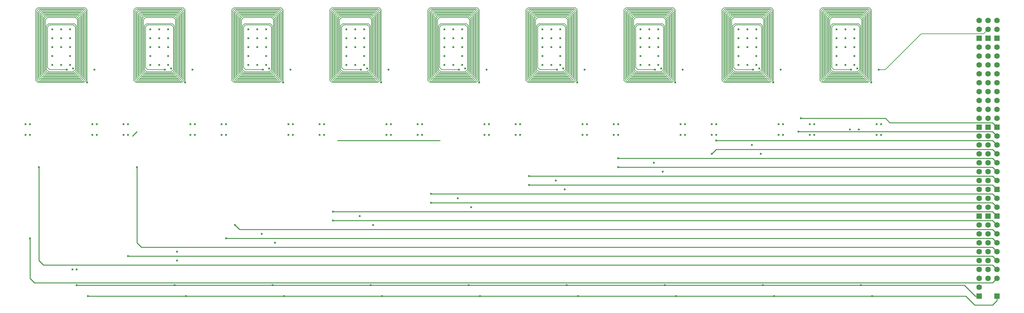
<source format=gbr>
G04 #@! TF.FileFunction,Copper,L3,Inr,Signal*
%FSLAX46Y46*%
G04 Gerber Fmt 4.6, Leading zero omitted, Abs format (unit mm)*
G04 Created by KiCad (PCBNEW 4.0.7) date Tue Feb 27 09:37:45 2018*
%MOMM*%
%LPD*%
G01*
G04 APERTURE LIST*
%ADD10C,0.100000*%
%ADD11C,1.600000*%
%ADD12R,1.600000X1.600000*%
%ADD13C,0.600000*%
%ADD14C,0.250000*%
%ADD15C,0.152400*%
G04 APERTURE END LIST*
D10*
D11*
X401320000Y-68580000D03*
X401320000Y-71120000D03*
D12*
X401320000Y-73660000D03*
D11*
X401320000Y-76200000D03*
X401320000Y-78740000D03*
X401320000Y-81280000D03*
X401320000Y-83820000D03*
X401320000Y-86360000D03*
X401320000Y-88900000D03*
X401320000Y-91440000D03*
X401320000Y-93980000D03*
X401320000Y-96520000D03*
D12*
X401320000Y-99060000D03*
D11*
X401320000Y-101600000D03*
X401320000Y-104140000D03*
X401320000Y-106680000D03*
X401320000Y-109220000D03*
X401320000Y-111760000D03*
X401320000Y-114300000D03*
X401320000Y-116840000D03*
X401320000Y-119380000D03*
X401320000Y-121920000D03*
D12*
X401320000Y-124460000D03*
D11*
X401320000Y-127000000D03*
X401320000Y-129540000D03*
X401320000Y-132080000D03*
X401320000Y-134620000D03*
X401320000Y-137160000D03*
X401320000Y-139700000D03*
X401320000Y-142240000D03*
X401320000Y-144780000D03*
D12*
X401320000Y-147320000D03*
D11*
X403860000Y-68580000D03*
X403860000Y-71120000D03*
D12*
X403860000Y-73660000D03*
D11*
X403860000Y-76200000D03*
X403860000Y-78740000D03*
X403860000Y-81280000D03*
X403860000Y-83820000D03*
X403860000Y-86360000D03*
X403860000Y-88900000D03*
X403860000Y-91440000D03*
X403860000Y-93980000D03*
X403860000Y-96520000D03*
D12*
X403860000Y-99060000D03*
D11*
X403860000Y-101600000D03*
X403860000Y-104140000D03*
X403860000Y-106680000D03*
X403860000Y-109220000D03*
X403860000Y-111760000D03*
X403860000Y-114300000D03*
X403860000Y-116840000D03*
X403860000Y-119380000D03*
X403860000Y-121920000D03*
D12*
X403860000Y-124460000D03*
D11*
X403860000Y-127000000D03*
X403860000Y-129540000D03*
X403860000Y-132080000D03*
X403860000Y-134620000D03*
X403860000Y-137160000D03*
X403860000Y-139700000D03*
X403860000Y-142240000D03*
X406400000Y-68580000D03*
X406400000Y-71120000D03*
D12*
X406400000Y-73660000D03*
D11*
X406400000Y-76200000D03*
X406400000Y-78740000D03*
X406400000Y-81280000D03*
X406400000Y-83820000D03*
X406400000Y-86360000D03*
X406400000Y-88900000D03*
X406400000Y-91440000D03*
X406400000Y-93980000D03*
X406400000Y-96520000D03*
D12*
X406400000Y-99060000D03*
D11*
X406400000Y-101600000D03*
X406400000Y-104140000D03*
X406400000Y-106680000D03*
X406400000Y-109220000D03*
X406400000Y-111760000D03*
X406400000Y-114300000D03*
D12*
X406400000Y-116840000D03*
D11*
X406400000Y-119380000D03*
X406400000Y-121920000D03*
D12*
X406400000Y-124460000D03*
D11*
X406400000Y-127000000D03*
X406400000Y-129540000D03*
X406400000Y-132080000D03*
X406400000Y-134620000D03*
X406400000Y-137160000D03*
X406400000Y-139700000D03*
X406400000Y-142240000D03*
D12*
X406400000Y-147320000D03*
D13*
X130810000Y-130810000D03*
X133350000Y-110490000D03*
X142950000Y-139700000D03*
X144145000Y-139700000D03*
X148590000Y-101200000D03*
X129540000Y-101200000D03*
X130810000Y-101200000D03*
X149860000Y-101200000D03*
X130810000Y-98200000D03*
X148590000Y-98200000D03*
X149919759Y-98200000D03*
X129540000Y-98200000D03*
X172720000Y-134620000D03*
X172720000Y-137160000D03*
X196850000Y-129540000D03*
X200660000Y-132080000D03*
X158750000Y-98200000D03*
X176530000Y-98200000D03*
X157480000Y-98200000D03*
X177800000Y-98200000D03*
X176530000Y-101200000D03*
X177800000Y-101200000D03*
X157480000Y-101200000D03*
X158750000Y-101200000D03*
X158750000Y-135890000D03*
X161290000Y-110490000D03*
X204470000Y-98200000D03*
X186690000Y-98200000D03*
X185420000Y-98200000D03*
X205799759Y-98200000D03*
X205740000Y-101200000D03*
X204529759Y-101200000D03*
X186690000Y-101200000D03*
X185420000Y-101200000D03*
X186690000Y-130810000D03*
X189230000Y-127000000D03*
X167640000Y-73660000D03*
X195580000Y-73660000D03*
X223520000Y-73660000D03*
X251460000Y-73660000D03*
X279400000Y-73660000D03*
X307340000Y-73660000D03*
X170180000Y-71120000D03*
X198120000Y-71120000D03*
X226060000Y-71120000D03*
X254000000Y-71120000D03*
X281940000Y-71120000D03*
X309880000Y-71120000D03*
X167640000Y-71120000D03*
X195580000Y-71120000D03*
X223520000Y-71120000D03*
X251460000Y-71120000D03*
X279400000Y-71120000D03*
X307340000Y-71120000D03*
X165100000Y-71120000D03*
X193040000Y-71120000D03*
X220980000Y-71120000D03*
X248920000Y-71120000D03*
X276860000Y-71120000D03*
X304800000Y-71120000D03*
X170180000Y-73660000D03*
X198120000Y-73660000D03*
X226060000Y-73660000D03*
X254000000Y-73660000D03*
X281940000Y-73660000D03*
X309880000Y-73660000D03*
X165100000Y-73660000D03*
X193040000Y-73660000D03*
X220980000Y-73660000D03*
X248920000Y-73660000D03*
X276860000Y-73660000D03*
X304800000Y-73660000D03*
X170180000Y-76200000D03*
X198120000Y-76200000D03*
X226060000Y-76200000D03*
X254000000Y-76200000D03*
X281940000Y-76200000D03*
X309880000Y-76200000D03*
X167640000Y-76200000D03*
X195580000Y-76200000D03*
X223520000Y-76200000D03*
X251460000Y-76200000D03*
X279400000Y-76200000D03*
X307340000Y-76200000D03*
X165100000Y-76200000D03*
X193040000Y-76200000D03*
X220980000Y-76200000D03*
X248920000Y-76200000D03*
X276860000Y-76200000D03*
X304800000Y-76200000D03*
X170180000Y-78740000D03*
X198120000Y-78740000D03*
X226060000Y-78740000D03*
X254000000Y-78740000D03*
X281940000Y-78740000D03*
X309880000Y-78740000D03*
X165100000Y-78740000D03*
X193040000Y-78740000D03*
X220980000Y-78740000D03*
X248920000Y-78740000D03*
X276860000Y-78740000D03*
X304800000Y-78740000D03*
X170180000Y-81280000D03*
X198120000Y-81280000D03*
X226060000Y-81280000D03*
X254000000Y-81280000D03*
X281940000Y-81280000D03*
X309880000Y-81280000D03*
X167640000Y-81280000D03*
X195580000Y-81280000D03*
X223520000Y-81280000D03*
X251460000Y-81280000D03*
X279400000Y-81280000D03*
X307340000Y-81280000D03*
X165100000Y-81280000D03*
X193040000Y-81280000D03*
X220980000Y-81280000D03*
X248920000Y-81280000D03*
X276860000Y-81280000D03*
X304800000Y-81280000D03*
X139700000Y-73660000D03*
X142240000Y-71120000D03*
X139700000Y-71120000D03*
X137160000Y-71120000D03*
X142240000Y-73660000D03*
X137160000Y-73660000D03*
X142240000Y-76200000D03*
X139700000Y-76200000D03*
X137160000Y-76200000D03*
X142240000Y-78740000D03*
X137160000Y-78740000D03*
X142240000Y-81280000D03*
X139700000Y-81280000D03*
X137160000Y-81280000D03*
X335280000Y-73660000D03*
X337820000Y-71120000D03*
X335280000Y-71120000D03*
X332740000Y-71120000D03*
X337820000Y-73660000D03*
X332740000Y-73660000D03*
X337820000Y-76200000D03*
X335280000Y-76200000D03*
X332740000Y-76200000D03*
X337820000Y-78740000D03*
X332740000Y-78740000D03*
X337820000Y-81280000D03*
X335280000Y-81280000D03*
X332740000Y-81280000D03*
X363220000Y-76200000D03*
X363220000Y-73660000D03*
X363220000Y-71120000D03*
X360680000Y-71120000D03*
X360680000Y-73660000D03*
X360680000Y-76200000D03*
X360680000Y-78740000D03*
X360680000Y-81280000D03*
X363220000Y-81280000D03*
X365760000Y-81280000D03*
X365760000Y-78740000D03*
X365760000Y-76200000D03*
X365760000Y-73660000D03*
X365760000Y-71120000D03*
X363220000Y-71120000D03*
X214630000Y-98200000D03*
X232410000Y-98200000D03*
X213360000Y-98200000D03*
X233739759Y-98200000D03*
X232410000Y-101200000D03*
X214630000Y-101200000D03*
X233680000Y-101200000D03*
X213360000Y-101200000D03*
X242570000Y-98200000D03*
X260350000Y-98200000D03*
X241300000Y-98200000D03*
X261679759Y-98200000D03*
X242570000Y-101200000D03*
X260350000Y-101200000D03*
X261620000Y-101200000D03*
X241300000Y-101200000D03*
X270510000Y-98200000D03*
X288290000Y-98200000D03*
X269240000Y-98200000D03*
X289619759Y-98200000D03*
X289560000Y-101200000D03*
X288290000Y-101200000D03*
X270510000Y-101200000D03*
X269240000Y-101200000D03*
X298450000Y-98200000D03*
X316230000Y-98200000D03*
X297180000Y-98200000D03*
X317559759Y-98200000D03*
X316230000Y-101200000D03*
X317559759Y-101200000D03*
X298450000Y-101200000D03*
X297180000Y-101200000D03*
X344170000Y-98200000D03*
X326390000Y-98200000D03*
X325120000Y-98200000D03*
X345440000Y-98200000D03*
X345440000Y-101200000D03*
X325120000Y-101200000D03*
X344170000Y-101200000D03*
X326390000Y-101200000D03*
X354330000Y-98200000D03*
X373439759Y-98200000D03*
X353060000Y-98200000D03*
X372110000Y-98200000D03*
X353060000Y-101200000D03*
X354330000Y-101200000D03*
X373439759Y-101200000D03*
X372110000Y-101200000D03*
X231140000Y-147320000D03*
X175260000Y-147320000D03*
X203200000Y-147320000D03*
X259080000Y-147320000D03*
X287020000Y-147320000D03*
X314960000Y-147320000D03*
X342900000Y-147320000D03*
X370840000Y-147320000D03*
X147320000Y-147320000D03*
X339725000Y-144145000D03*
X144145000Y-144145000D03*
X172085000Y-144145000D03*
X200025000Y-144145000D03*
X227965000Y-144145000D03*
X255905000Y-144145000D03*
X283845000Y-144145000D03*
X311785000Y-144145000D03*
X367665000Y-144145000D03*
X217170000Y-125730000D03*
X245110000Y-120650000D03*
X273050000Y-115570000D03*
X298450000Y-110490000D03*
X325120000Y-106680000D03*
X349885000Y-100330000D03*
X217170000Y-123190000D03*
X273050000Y-113030000D03*
X245110000Y-118110000D03*
X326390000Y-102870000D03*
X298450000Y-107950000D03*
X350520000Y-96520000D03*
X224790000Y-124460000D03*
X228600000Y-127000000D03*
X252730000Y-119380000D03*
X256540000Y-121920000D03*
X280670000Y-114300000D03*
X283210000Y-116840000D03*
X308610000Y-109220000D03*
X311150000Y-111760000D03*
X336550000Y-104140000D03*
X339090000Y-106680000D03*
X364490000Y-99695000D03*
X367030000Y-99695000D03*
X147116800Y-86258400D03*
X143154400Y-82296000D03*
X141325600Y-82600800D03*
X149250400Y-82600800D03*
X372770400Y-82600800D03*
X344830400Y-82600800D03*
X149250400Y-82600800D03*
X177190400Y-82600800D03*
X205130400Y-82600800D03*
X233070400Y-82600800D03*
X261010400Y-82600800D03*
X288950400Y-82600800D03*
X316890400Y-82600800D03*
X171094400Y-82296000D03*
X199034400Y-82296000D03*
X226974400Y-82296000D03*
X254914400Y-82296000D03*
X282854400Y-82296000D03*
X310794400Y-82296000D03*
X338734400Y-82296000D03*
X175056800Y-86258400D03*
X202996800Y-86258400D03*
X230936800Y-86258400D03*
X258876800Y-86258400D03*
X286816800Y-86258400D03*
X314756800Y-86258400D03*
X342696800Y-86258400D03*
X169265600Y-82600800D03*
X197205600Y-82600800D03*
X225145600Y-82600800D03*
X253085600Y-82600800D03*
X281025600Y-82600800D03*
X308965600Y-82600800D03*
X336905600Y-82600800D03*
X366674400Y-82296000D03*
X370636800Y-86258400D03*
X364845600Y-82600800D03*
X372770400Y-82600800D03*
D14*
X218440000Y-102870000D02*
X247650000Y-102870000D01*
X161290000Y-100330000D02*
X160020000Y-101600000D01*
X130810000Y-142240000D02*
X130810000Y-130810000D01*
X132080000Y-143510000D02*
X130810000Y-142240000D01*
X397510000Y-143510000D02*
X132080000Y-143510000D01*
X405130000Y-143510000D02*
X397510000Y-143510000D01*
X406400000Y-142240000D02*
X405130000Y-143510000D01*
X406400000Y-139700000D02*
X405130000Y-138430000D01*
X133350000Y-137160000D02*
X133350000Y-110490000D01*
X134620000Y-138430000D02*
X133350000Y-137160000D01*
X405130000Y-138430000D02*
X134620000Y-138430000D01*
X406400000Y-137160000D02*
X405130000Y-135890000D01*
X405130000Y-135890000D02*
X158750000Y-135890000D01*
X405130000Y-133350000D02*
X406400000Y-134620000D01*
X162560000Y-133350000D02*
X161290000Y-132080000D01*
X161290000Y-132080000D02*
X161290000Y-110490000D01*
X405130000Y-133350000D02*
X162560000Y-133350000D01*
X405130000Y-130810000D02*
X406400000Y-132080000D01*
X405130000Y-130810000D02*
X186690000Y-130810000D01*
X405130000Y-128270000D02*
X406400000Y-129540000D01*
X405130000Y-128270000D02*
X190500000Y-128270000D01*
X190500000Y-128270000D02*
X189230000Y-127000000D01*
X259080000Y-147320000D02*
X287020000Y-147320000D01*
X231140000Y-147320000D02*
X259080000Y-147320000D01*
X406400000Y-147320000D02*
X406400000Y-148590000D01*
X406400000Y-148590000D02*
X405130000Y-149860000D01*
X405130000Y-149860000D02*
X400050000Y-149860000D01*
X400050000Y-149860000D02*
X397510000Y-147320000D01*
X397510000Y-147320000D02*
X369570000Y-147320000D01*
X370840000Y-147320000D02*
X369570000Y-147320000D01*
X369570000Y-147320000D02*
X342900000Y-147320000D01*
X203200000Y-147320000D02*
X175260000Y-147320000D01*
X175260000Y-147320000D02*
X148590000Y-147320000D01*
X231140000Y-147320000D02*
X203200000Y-147320000D01*
X314960000Y-147320000D02*
X287020000Y-147320000D01*
X342900000Y-147320000D02*
X314960000Y-147320000D01*
X148590000Y-147320000D02*
X147320000Y-147320000D01*
X336550000Y-144145000D02*
X335915000Y-144145000D01*
X335915000Y-144145000D02*
X322580000Y-144145000D01*
X339725000Y-144145000D02*
X335915000Y-144145000D01*
X340995000Y-144145000D02*
X339725000Y-144145000D01*
X145415000Y-144145000D02*
X144145000Y-144145000D01*
X173990000Y-144145000D02*
X172720000Y-144145000D01*
X172720000Y-144145000D02*
X172085000Y-144145000D01*
X168910000Y-144145000D02*
X172720000Y-144145000D01*
X173990000Y-144145000D02*
X173355000Y-144145000D01*
X195580000Y-144145000D02*
X173990000Y-144145000D01*
X196850000Y-144145000D02*
X195580000Y-144145000D01*
X200025000Y-144145000D02*
X195580000Y-144145000D01*
X202565000Y-144145000D02*
X201295000Y-144145000D01*
X224790000Y-144145000D02*
X202565000Y-144145000D01*
X202565000Y-144145000D02*
X200025000Y-144145000D01*
X224790000Y-144145000D02*
X224155000Y-144145000D01*
X227965000Y-144145000D02*
X224155000Y-144145000D01*
X224155000Y-144145000D02*
X210820000Y-144145000D01*
X229870000Y-144145000D02*
X229235000Y-144145000D01*
X251460000Y-144145000D02*
X229870000Y-144145000D01*
X229870000Y-144145000D02*
X227965000Y-144145000D01*
X252730000Y-144145000D02*
X251460000Y-144145000D01*
X255905000Y-144145000D02*
X251460000Y-144145000D01*
X257175000Y-144145000D02*
X255905000Y-144145000D01*
X280670000Y-144145000D02*
X276225000Y-144145000D01*
X276225000Y-144145000D02*
X257175000Y-144145000D01*
X283845000Y-144145000D02*
X276225000Y-144145000D01*
X285115000Y-144145000D02*
X283845000Y-144145000D01*
X307975000Y-144145000D02*
X294640000Y-144145000D01*
X308610000Y-144145000D02*
X307975000Y-144145000D01*
X307975000Y-144145000D02*
X311785000Y-144145000D01*
X313690000Y-144145000D02*
X313055000Y-144145000D01*
X336550000Y-144145000D02*
X313690000Y-144145000D01*
X313690000Y-144145000D02*
X311785000Y-144145000D01*
X400270000Y-147320000D02*
X398365000Y-145415000D01*
X398365000Y-145415000D02*
X397730000Y-144780000D01*
X367665000Y-144145000D02*
X397095000Y-144145000D01*
X397095000Y-144145000D02*
X398365000Y-145415000D01*
X364490000Y-144145000D02*
X363855000Y-144145000D01*
X363855000Y-144145000D02*
X340995000Y-144145000D01*
X367665000Y-144145000D02*
X363855000Y-144145000D01*
X401320000Y-147320000D02*
X400270000Y-147320000D01*
X168910000Y-144145000D02*
X154940000Y-144145000D01*
X196850000Y-144145000D02*
X182880000Y-144145000D01*
X252730000Y-144145000D02*
X238760000Y-144145000D01*
X280670000Y-144145000D02*
X266700000Y-144145000D01*
X168910000Y-144145000D02*
X145415000Y-144145000D01*
X308610000Y-144145000D02*
X285115000Y-144145000D01*
X168910000Y-144145000D02*
X154940000Y-144145000D01*
X196850000Y-144145000D02*
X182880000Y-144145000D01*
X224790000Y-144145000D02*
X210820000Y-144145000D01*
X252730000Y-144145000D02*
X238760000Y-144145000D01*
X280670000Y-144145000D02*
X266700000Y-144145000D01*
X308610000Y-144145000D02*
X294640000Y-144145000D01*
X406400000Y-127000000D02*
X405130000Y-125730000D01*
X405130000Y-125730000D02*
X217170000Y-125730000D01*
X406400000Y-121920000D02*
X405130000Y-120650000D01*
X405130000Y-120650000D02*
X245110000Y-120650000D01*
X406400000Y-116840000D02*
X405130000Y-115570000D01*
X405130000Y-115570000D02*
X273050000Y-115570000D01*
X405130000Y-110490000D02*
X298450000Y-110490000D01*
X406400000Y-111760000D02*
X405130000Y-110490000D01*
X326390000Y-105410000D02*
X325120000Y-106680000D01*
X405130000Y-105410000D02*
X326390000Y-105410000D01*
X406400000Y-106680000D02*
X405130000Y-105410000D01*
X406400000Y-101600000D02*
X405130000Y-100330000D01*
X351790000Y-100330000D02*
X349885000Y-100330000D01*
X405130000Y-100330000D02*
X351790000Y-100330000D01*
X406400000Y-124460000D02*
X405130000Y-123190000D01*
X405130000Y-123190000D02*
X217170000Y-123190000D01*
X406400000Y-114300000D02*
X405130000Y-113030000D01*
X405130000Y-113030000D02*
X398780000Y-113030000D01*
X398780000Y-113030000D02*
X273050000Y-113030000D01*
X403225000Y-113030000D02*
X398780000Y-113030000D01*
X404080000Y-113030000D02*
X403225000Y-113030000D01*
X406400000Y-119380000D02*
X405347999Y-118327999D01*
X406400000Y-119380000D02*
X405130000Y-118110000D01*
X405130000Y-118110000D02*
X245110000Y-118110000D01*
X337820000Y-102870000D02*
X326390000Y-102870000D01*
X406400000Y-104140000D02*
X405130000Y-102870000D01*
X405130000Y-102870000D02*
X337820000Y-102870000D01*
X341176962Y-107950000D02*
X298450000Y-107950000D01*
X406400000Y-109220000D02*
X405130000Y-107950000D01*
X405130000Y-107950000D02*
X341176962Y-107950000D01*
X406400000Y-99060000D02*
X405130000Y-97790000D01*
X405600001Y-98260001D02*
X406400000Y-99060000D01*
X405130000Y-97790000D02*
X375920000Y-97790000D01*
X374650000Y-96520000D02*
X350520000Y-96520000D01*
X375777999Y-97647999D02*
X374650000Y-96520000D01*
X375920000Y-97790000D02*
X375777999Y-97647999D01*
D15*
X384810000Y-72390000D02*
X374599200Y-82600800D01*
X402590000Y-72390000D02*
X384810000Y-72390000D01*
X403860000Y-71120000D02*
X402590000Y-72390000D01*
X133705600Y-84429600D02*
X133705600Y-66751200D01*
X133400800Y-84734400D02*
X133400800Y-66446400D01*
X132791200Y-85344000D02*
X132791200Y-65836800D01*
X132486400Y-85648800D02*
X132486400Y-65532000D01*
X133096000Y-85039200D02*
X133096000Y-66141600D01*
X134315200Y-83820000D02*
X134315200Y-67360800D01*
X134315200Y-67360800D02*
X134924800Y-66751200D01*
X134010400Y-84124800D02*
X134010400Y-67056000D01*
X133096000Y-66141600D02*
X133705600Y-65532000D01*
X133705600Y-66751200D02*
X134315200Y-66141600D01*
X134010400Y-67056000D02*
X134620000Y-66446400D01*
X133400800Y-66446400D02*
X134010400Y-65836800D01*
X132791200Y-65836800D02*
X133400800Y-65227200D01*
X132486400Y-65532000D02*
X133096000Y-64922400D01*
X134620000Y-84734400D02*
X134010400Y-84124800D01*
X134924800Y-84429600D02*
X134315200Y-83820000D01*
X145897600Y-85953600D02*
X133400800Y-85953600D01*
X145288000Y-85344000D02*
X134010400Y-85344000D01*
X144983200Y-85039200D02*
X134315200Y-85039200D01*
X145592800Y-85648800D02*
X133705600Y-85648800D01*
X134010400Y-65836800D02*
X145592800Y-65836800D01*
X133705600Y-65532000D02*
X145897600Y-65532000D01*
X134315200Y-66141600D02*
X145288000Y-66141600D01*
X133096000Y-64922400D02*
X146507200Y-64922400D01*
X133400800Y-65227200D02*
X146202400Y-65227200D01*
X133400800Y-85953600D02*
X132791200Y-85344000D01*
X133705600Y-85648800D02*
X133096000Y-85039200D01*
X134315200Y-85039200D02*
X133705600Y-84429600D01*
X134010400Y-85344000D02*
X133400800Y-84734400D01*
X133096000Y-86258400D02*
X132486400Y-85648800D01*
X146202400Y-86258400D02*
X133096000Y-86258400D01*
X144373600Y-67056000D02*
X144983200Y-67665600D01*
X144068800Y-67360800D02*
X144678400Y-67970400D01*
X134924800Y-66751200D02*
X144678400Y-66751200D01*
X134620000Y-66446400D02*
X144983200Y-66446400D01*
X146507200Y-64922400D02*
X147116800Y-65532000D01*
X145897600Y-65532000D02*
X146507200Y-66141600D01*
X146202400Y-65227200D02*
X146812000Y-65836800D01*
X147116800Y-65532000D02*
X147116800Y-85648800D01*
X144983200Y-83820000D02*
X144373600Y-84429600D01*
X145592800Y-84429600D02*
X144983200Y-85039200D01*
X145897600Y-84734400D02*
X145288000Y-85344000D01*
X145288000Y-84124800D02*
X144678400Y-84734400D01*
X144678400Y-83515200D02*
X144068800Y-84124800D01*
X146202400Y-85039200D02*
X145592800Y-85648800D01*
X134924800Y-67970400D02*
X135534400Y-67360800D01*
X135534400Y-67360800D02*
X144068800Y-67360800D01*
X135229600Y-67056000D02*
X144373600Y-67056000D01*
X135229600Y-68275200D02*
X135839200Y-67665600D01*
X134620000Y-67665600D02*
X135229600Y-67056000D01*
X144983200Y-66446400D02*
X145592800Y-67056000D01*
X146507200Y-66141600D02*
X146507200Y-85344000D01*
X146202400Y-66446400D02*
X146202400Y-85039200D01*
X145288000Y-66141600D02*
X145897600Y-66751200D01*
X145592800Y-65836800D02*
X146202400Y-66446400D01*
X146812000Y-65836800D02*
X146812000Y-85648800D01*
X145288000Y-67360800D02*
X145288000Y-84124800D01*
X144678400Y-66751200D02*
X145288000Y-67360800D01*
X144983200Y-67665600D02*
X144983200Y-83820000D01*
X145592800Y-67056000D02*
X145592800Y-84429600D01*
X145897600Y-66751200D02*
X145897600Y-84734400D01*
X143459200Y-69494400D02*
X144068800Y-70104000D01*
X136448800Y-69799200D02*
X143154400Y-69799200D01*
X135839200Y-67665600D02*
X143764000Y-67665600D01*
X144373600Y-68275200D02*
X144373600Y-83210400D01*
X143764000Y-67665600D02*
X144373600Y-68275200D01*
X136144000Y-69494400D02*
X143459200Y-69494400D01*
X143154400Y-69799200D02*
X143764000Y-70408800D01*
X144678400Y-67970400D02*
X144678400Y-83515200D01*
X141325600Y-82600800D02*
X136448800Y-82600800D01*
X143459200Y-83515200D02*
X135839200Y-83515200D01*
X144068800Y-84124800D02*
X135229600Y-84124800D01*
X136144000Y-83210400D02*
X135534400Y-82600800D01*
X135229600Y-84124800D02*
X134620000Y-83515200D01*
X135839200Y-83515200D02*
X135229600Y-82905600D01*
X135534400Y-83820000D02*
X134924800Y-83210400D01*
X135534400Y-70104000D02*
X136144000Y-69494400D01*
X136448800Y-82600800D02*
X135839200Y-81991200D01*
X135839200Y-70408800D02*
X136448800Y-69799200D01*
X135839200Y-81991200D02*
X135839200Y-70408800D01*
X134924800Y-83210400D02*
X134924800Y-67970400D01*
X135534400Y-82600800D02*
X135534400Y-70104000D01*
X135229600Y-82905600D02*
X135229600Y-68275200D01*
X134620000Y-83515200D02*
X134620000Y-67665600D01*
X144068800Y-70104000D02*
X144068800Y-82905600D01*
X143764000Y-82600800D02*
X143154400Y-83210400D01*
X144068800Y-82905600D02*
X143459200Y-83515200D01*
X143764000Y-70408800D02*
X143764000Y-82600800D01*
X144373600Y-83210400D02*
X143764000Y-83820000D01*
X144373600Y-84429600D02*
X134924800Y-84429600D01*
X143764000Y-83820000D02*
X135534400Y-83820000D01*
X143154400Y-83210400D02*
X136144000Y-83210400D01*
X144678400Y-84734400D02*
X134620000Y-84734400D01*
X146812000Y-85648800D02*
X146202400Y-86258400D01*
X146507200Y-85344000D02*
X145897600Y-85953600D01*
X147116800Y-85648800D02*
X147116800Y-86258400D01*
X174752000Y-65836800D02*
X174752000Y-85648800D01*
X202692000Y-65836800D02*
X202692000Y-85648800D01*
X230632000Y-65836800D02*
X230632000Y-85648800D01*
X258572000Y-65836800D02*
X258572000Y-85648800D01*
X286512000Y-65836800D02*
X286512000Y-85648800D01*
X314452000Y-65836800D02*
X314452000Y-85648800D01*
X342392000Y-65836800D02*
X342392000Y-85648800D01*
X174447200Y-66141600D02*
X174447200Y-85344000D01*
X202387200Y-66141600D02*
X202387200Y-85344000D01*
X230327200Y-66141600D02*
X230327200Y-85344000D01*
X258267200Y-66141600D02*
X258267200Y-85344000D01*
X286207200Y-66141600D02*
X286207200Y-85344000D01*
X314147200Y-66141600D02*
X314147200Y-85344000D01*
X342087200Y-66141600D02*
X342087200Y-85344000D01*
X174142400Y-66446400D02*
X174142400Y-85039200D01*
X202082400Y-66446400D02*
X202082400Y-85039200D01*
X230022400Y-66446400D02*
X230022400Y-85039200D01*
X257962400Y-66446400D02*
X257962400Y-85039200D01*
X285902400Y-66446400D02*
X285902400Y-85039200D01*
X313842400Y-66446400D02*
X313842400Y-85039200D01*
X341782400Y-66446400D02*
X341782400Y-85039200D01*
X172923200Y-67665600D02*
X172923200Y-83820000D01*
X200863200Y-67665600D02*
X200863200Y-83820000D01*
X228803200Y-67665600D02*
X228803200Y-83820000D01*
X256743200Y-67665600D02*
X256743200Y-83820000D01*
X284683200Y-67665600D02*
X284683200Y-83820000D01*
X312623200Y-67665600D02*
X312623200Y-83820000D01*
X340563200Y-67665600D02*
X340563200Y-83820000D01*
X174447200Y-64922400D02*
X175056800Y-65532000D01*
X202387200Y-64922400D02*
X202996800Y-65532000D01*
X230327200Y-64922400D02*
X230936800Y-65532000D01*
X258267200Y-64922400D02*
X258876800Y-65532000D01*
X286207200Y-64922400D02*
X286816800Y-65532000D01*
X314147200Y-64922400D02*
X314756800Y-65532000D01*
X342087200Y-64922400D02*
X342696800Y-65532000D01*
X173532800Y-65836800D02*
X174142400Y-66446400D01*
X201472800Y-65836800D02*
X202082400Y-66446400D01*
X229412800Y-65836800D02*
X230022400Y-66446400D01*
X257352800Y-65836800D02*
X257962400Y-66446400D01*
X285292800Y-65836800D02*
X285902400Y-66446400D01*
X313232800Y-65836800D02*
X313842400Y-66446400D01*
X341172800Y-65836800D02*
X341782400Y-66446400D01*
X173837600Y-65532000D02*
X174447200Y-66141600D01*
X201777600Y-65532000D02*
X202387200Y-66141600D01*
X229717600Y-65532000D02*
X230327200Y-66141600D01*
X257657600Y-65532000D02*
X258267200Y-66141600D01*
X285597600Y-65532000D02*
X286207200Y-66141600D01*
X313537600Y-65532000D02*
X314147200Y-66141600D01*
X341477600Y-65532000D02*
X342087200Y-66141600D01*
X175056800Y-65532000D02*
X175056800Y-85648800D01*
X202996800Y-65532000D02*
X202996800Y-85648800D01*
X230936800Y-65532000D02*
X230936800Y-85648800D01*
X258876800Y-65532000D02*
X258876800Y-85648800D01*
X286816800Y-65532000D02*
X286816800Y-85648800D01*
X314756800Y-65532000D02*
X314756800Y-85648800D01*
X342696800Y-65532000D02*
X342696800Y-85648800D01*
X175056800Y-85648800D02*
X175056800Y-86258400D01*
X202996800Y-85648800D02*
X202996800Y-86258400D01*
X230936800Y-85648800D02*
X230936800Y-86258400D01*
X258876800Y-85648800D02*
X258876800Y-86258400D01*
X286816800Y-85648800D02*
X286816800Y-86258400D01*
X314756800Y-85648800D02*
X314756800Y-86258400D01*
X342696800Y-85648800D02*
X342696800Y-86258400D01*
X174447200Y-85344000D02*
X173837600Y-85953600D01*
X202387200Y-85344000D02*
X201777600Y-85953600D01*
X230327200Y-85344000D02*
X229717600Y-85953600D01*
X258267200Y-85344000D02*
X257657600Y-85953600D01*
X286207200Y-85344000D02*
X285597600Y-85953600D01*
X314147200Y-85344000D02*
X313537600Y-85953600D01*
X342087200Y-85344000D02*
X341477600Y-85953600D01*
X174752000Y-85648800D02*
X174142400Y-86258400D01*
X202692000Y-85648800D02*
X202082400Y-86258400D01*
X230632000Y-85648800D02*
X230022400Y-86258400D01*
X258572000Y-85648800D02*
X257962400Y-86258400D01*
X286512000Y-85648800D02*
X285902400Y-86258400D01*
X314452000Y-85648800D02*
X313842400Y-86258400D01*
X342392000Y-85648800D02*
X341782400Y-86258400D01*
X172313600Y-83210400D02*
X171704000Y-83820000D01*
X200253600Y-83210400D02*
X199644000Y-83820000D01*
X228193600Y-83210400D02*
X227584000Y-83820000D01*
X256133600Y-83210400D02*
X255524000Y-83820000D01*
X284073600Y-83210400D02*
X283464000Y-83820000D01*
X312013600Y-83210400D02*
X311404000Y-83820000D01*
X339953600Y-83210400D02*
X339344000Y-83820000D01*
X171704000Y-82600800D02*
X171094400Y-83210400D01*
X199644000Y-82600800D02*
X199034400Y-83210400D01*
X227584000Y-82600800D02*
X226974400Y-83210400D01*
X255524000Y-82600800D02*
X254914400Y-83210400D01*
X283464000Y-82600800D02*
X282854400Y-83210400D01*
X311404000Y-82600800D02*
X310794400Y-83210400D01*
X339344000Y-82600800D02*
X338734400Y-83210400D01*
X172008800Y-82905600D02*
X171399200Y-83515200D01*
X199948800Y-82905600D02*
X199339200Y-83515200D01*
X227888800Y-82905600D02*
X227279200Y-83515200D01*
X255828800Y-82905600D02*
X255219200Y-83515200D01*
X283768800Y-82905600D02*
X283159200Y-83515200D01*
X311708800Y-82905600D02*
X311099200Y-83515200D01*
X339648800Y-82905600D02*
X339039200Y-83515200D01*
X174142400Y-85039200D02*
X173532800Y-85648800D01*
X202082400Y-85039200D02*
X201472800Y-85648800D01*
X230022400Y-85039200D02*
X229412800Y-85648800D01*
X257962400Y-85039200D02*
X257352800Y-85648800D01*
X285902400Y-85039200D02*
X285292800Y-85648800D01*
X313842400Y-85039200D02*
X313232800Y-85648800D01*
X341782400Y-85039200D02*
X341172800Y-85648800D01*
X172618400Y-83515200D02*
X172008800Y-84124800D01*
X200558400Y-83515200D02*
X199948800Y-84124800D01*
X228498400Y-83515200D02*
X227888800Y-84124800D01*
X256438400Y-83515200D02*
X255828800Y-84124800D01*
X284378400Y-83515200D02*
X283768800Y-84124800D01*
X312318400Y-83515200D02*
X311708800Y-84124800D01*
X340258400Y-83515200D02*
X339648800Y-84124800D01*
X162255200Y-83820000D02*
X162255200Y-67360800D01*
X190195200Y-83820000D02*
X190195200Y-67360800D01*
X218135200Y-83820000D02*
X218135200Y-67360800D01*
X246075200Y-83820000D02*
X246075200Y-67360800D01*
X274015200Y-83820000D02*
X274015200Y-67360800D01*
X301955200Y-83820000D02*
X301955200Y-67360800D01*
X329895200Y-83820000D02*
X329895200Y-67360800D01*
X163169600Y-84124800D02*
X162560000Y-83515200D01*
X191109600Y-84124800D02*
X190500000Y-83515200D01*
X219049600Y-84124800D02*
X218440000Y-83515200D01*
X246989600Y-84124800D02*
X246380000Y-83515200D01*
X274929600Y-84124800D02*
X274320000Y-83515200D01*
X302869600Y-84124800D02*
X302260000Y-83515200D01*
X330809600Y-84124800D02*
X330200000Y-83515200D01*
X162560000Y-83515200D02*
X162560000Y-67665600D01*
X190500000Y-83515200D02*
X190500000Y-67665600D01*
X218440000Y-83515200D02*
X218440000Y-67665600D01*
X246380000Y-83515200D02*
X246380000Y-67665600D01*
X274320000Y-83515200D02*
X274320000Y-67665600D01*
X302260000Y-83515200D02*
X302260000Y-67665600D01*
X330200000Y-83515200D02*
X330200000Y-67665600D01*
X162560000Y-67665600D02*
X163169600Y-67056000D01*
X190500000Y-67665600D02*
X191109600Y-67056000D01*
X218440000Y-67665600D02*
X219049600Y-67056000D01*
X246380000Y-67665600D02*
X246989600Y-67056000D01*
X274320000Y-67665600D02*
X274929600Y-67056000D01*
X302260000Y-67665600D02*
X302869600Y-67056000D01*
X330200000Y-67665600D02*
X330809600Y-67056000D01*
X162864800Y-84429600D02*
X162255200Y-83820000D01*
X190804800Y-84429600D02*
X190195200Y-83820000D01*
X218744800Y-84429600D02*
X218135200Y-83820000D01*
X246684800Y-84429600D02*
X246075200Y-83820000D01*
X274624800Y-84429600D02*
X274015200Y-83820000D01*
X302564800Y-84429600D02*
X301955200Y-83820000D01*
X330504800Y-84429600D02*
X329895200Y-83820000D01*
X173228000Y-67360800D02*
X173228000Y-84124800D01*
X201168000Y-67360800D02*
X201168000Y-84124800D01*
X229108000Y-67360800D02*
X229108000Y-84124800D01*
X257048000Y-67360800D02*
X257048000Y-84124800D01*
X284988000Y-67360800D02*
X284988000Y-84124800D01*
X312928000Y-67360800D02*
X312928000Y-84124800D01*
X340868000Y-67360800D02*
X340868000Y-84124800D01*
X173837600Y-66751200D02*
X173837600Y-84734400D01*
X201777600Y-66751200D02*
X201777600Y-84734400D01*
X229717600Y-66751200D02*
X229717600Y-84734400D01*
X257657600Y-66751200D02*
X257657600Y-84734400D01*
X285597600Y-66751200D02*
X285597600Y-84734400D01*
X313537600Y-66751200D02*
X313537600Y-84734400D01*
X341477600Y-66751200D02*
X341477600Y-84734400D01*
X173532800Y-67056000D02*
X173532800Y-84429600D01*
X201472800Y-67056000D02*
X201472800Y-84429600D01*
X229412800Y-67056000D02*
X229412800Y-84429600D01*
X257352800Y-67056000D02*
X257352800Y-84429600D01*
X285292800Y-67056000D02*
X285292800Y-84429600D01*
X313232800Y-67056000D02*
X313232800Y-84429600D01*
X341172800Y-67056000D02*
X341172800Y-84429600D01*
X172313600Y-68275200D02*
X172313600Y-83210400D01*
X200253600Y-68275200D02*
X200253600Y-83210400D01*
X228193600Y-68275200D02*
X228193600Y-83210400D01*
X256133600Y-68275200D02*
X256133600Y-83210400D01*
X284073600Y-68275200D02*
X284073600Y-83210400D01*
X312013600Y-68275200D02*
X312013600Y-83210400D01*
X339953600Y-68275200D02*
X339953600Y-83210400D01*
X172618400Y-67970400D02*
X172618400Y-83515200D01*
X200558400Y-67970400D02*
X200558400Y-83515200D01*
X228498400Y-67970400D02*
X228498400Y-83515200D01*
X256438400Y-67970400D02*
X256438400Y-83515200D01*
X284378400Y-67970400D02*
X284378400Y-83515200D01*
X312318400Y-67970400D02*
X312318400Y-83515200D01*
X340258400Y-67970400D02*
X340258400Y-83515200D01*
X171399200Y-69494400D02*
X172008800Y-70104000D01*
X199339200Y-69494400D02*
X199948800Y-70104000D01*
X227279200Y-69494400D02*
X227888800Y-70104000D01*
X255219200Y-69494400D02*
X255828800Y-70104000D01*
X283159200Y-69494400D02*
X283768800Y-70104000D01*
X311099200Y-69494400D02*
X311708800Y-70104000D01*
X339039200Y-69494400D02*
X339648800Y-70104000D01*
X171704000Y-67665600D02*
X172313600Y-68275200D01*
X199644000Y-67665600D02*
X200253600Y-68275200D01*
X227584000Y-67665600D02*
X228193600Y-68275200D01*
X255524000Y-67665600D02*
X256133600Y-68275200D01*
X283464000Y-67665600D02*
X284073600Y-68275200D01*
X311404000Y-67665600D02*
X312013600Y-68275200D01*
X339344000Y-67665600D02*
X339953600Y-68275200D01*
X172618400Y-66751200D02*
X173228000Y-67360800D01*
X200558400Y-66751200D02*
X201168000Y-67360800D01*
X228498400Y-66751200D02*
X229108000Y-67360800D01*
X256438400Y-66751200D02*
X257048000Y-67360800D01*
X284378400Y-66751200D02*
X284988000Y-67360800D01*
X312318400Y-66751200D02*
X312928000Y-67360800D01*
X340258400Y-66751200D02*
X340868000Y-67360800D01*
X172008800Y-67360800D02*
X172618400Y-67970400D01*
X199948800Y-67360800D02*
X200558400Y-67970400D01*
X227888800Y-67360800D02*
X228498400Y-67970400D01*
X255828800Y-67360800D02*
X256438400Y-67970400D01*
X283768800Y-67360800D02*
X284378400Y-67970400D01*
X311708800Y-67360800D02*
X312318400Y-67970400D01*
X339648800Y-67360800D02*
X340258400Y-67970400D01*
X162255200Y-66141600D02*
X173228000Y-66141600D01*
X190195200Y-66141600D02*
X201168000Y-66141600D01*
X218135200Y-66141600D02*
X229108000Y-66141600D01*
X246075200Y-66141600D02*
X257048000Y-66141600D01*
X274015200Y-66141600D02*
X284988000Y-66141600D01*
X301955200Y-66141600D02*
X312928000Y-66141600D01*
X329895200Y-66141600D02*
X340868000Y-66141600D01*
X162864800Y-66751200D02*
X172618400Y-66751200D01*
X190804800Y-66751200D02*
X200558400Y-66751200D01*
X218744800Y-66751200D02*
X228498400Y-66751200D01*
X246684800Y-66751200D02*
X256438400Y-66751200D01*
X274624800Y-66751200D02*
X284378400Y-66751200D01*
X302564800Y-66751200D02*
X312318400Y-66751200D01*
X330504800Y-66751200D02*
X340258400Y-66751200D01*
X172923200Y-66446400D02*
X173532800Y-67056000D01*
X200863200Y-66446400D02*
X201472800Y-67056000D01*
X228803200Y-66446400D02*
X229412800Y-67056000D01*
X256743200Y-66446400D02*
X257352800Y-67056000D01*
X284683200Y-66446400D02*
X285292800Y-67056000D01*
X312623200Y-66446400D02*
X313232800Y-67056000D01*
X340563200Y-66446400D02*
X341172800Y-67056000D01*
X172313600Y-67056000D02*
X172923200Y-67665600D01*
X200253600Y-67056000D02*
X200863200Y-67665600D01*
X228193600Y-67056000D02*
X228803200Y-67665600D01*
X256133600Y-67056000D02*
X256743200Y-67665600D01*
X284073600Y-67056000D02*
X284683200Y-67665600D01*
X312013600Y-67056000D02*
X312623200Y-67665600D01*
X339953600Y-67056000D02*
X340563200Y-67665600D01*
X162560000Y-66446400D02*
X172923200Y-66446400D01*
X190500000Y-66446400D02*
X200863200Y-66446400D01*
X218440000Y-66446400D02*
X228803200Y-66446400D01*
X246380000Y-66446400D02*
X256743200Y-66446400D01*
X274320000Y-66446400D02*
X284683200Y-66446400D01*
X302260000Y-66446400D02*
X312623200Y-66446400D01*
X330200000Y-66446400D02*
X340563200Y-66446400D01*
X161950400Y-65836800D02*
X173532800Y-65836800D01*
X189890400Y-65836800D02*
X201472800Y-65836800D01*
X217830400Y-65836800D02*
X229412800Y-65836800D01*
X245770400Y-65836800D02*
X257352800Y-65836800D01*
X273710400Y-65836800D02*
X285292800Y-65836800D01*
X301650400Y-65836800D02*
X313232800Y-65836800D01*
X329590400Y-65836800D02*
X341172800Y-65836800D01*
X161950400Y-67056000D02*
X162560000Y-66446400D01*
X189890400Y-67056000D02*
X190500000Y-66446400D01*
X217830400Y-67056000D02*
X218440000Y-66446400D01*
X245770400Y-67056000D02*
X246380000Y-66446400D01*
X273710400Y-67056000D02*
X274320000Y-66446400D01*
X301650400Y-67056000D02*
X302260000Y-66446400D01*
X329590400Y-67056000D02*
X330200000Y-66446400D01*
X161645600Y-66751200D02*
X162255200Y-66141600D01*
X189585600Y-66751200D02*
X190195200Y-66141600D01*
X217525600Y-66751200D02*
X218135200Y-66141600D01*
X245465600Y-66751200D02*
X246075200Y-66141600D01*
X273405600Y-66751200D02*
X274015200Y-66141600D01*
X301345600Y-66751200D02*
X301955200Y-66141600D01*
X329285600Y-66751200D02*
X329895200Y-66141600D01*
X162255200Y-67360800D02*
X162864800Y-66751200D01*
X190195200Y-67360800D02*
X190804800Y-66751200D01*
X218135200Y-67360800D02*
X218744800Y-66751200D01*
X246075200Y-67360800D02*
X246684800Y-66751200D01*
X274015200Y-67360800D02*
X274624800Y-66751200D01*
X301955200Y-67360800D02*
X302564800Y-66751200D01*
X329895200Y-67360800D02*
X330504800Y-66751200D01*
X173228000Y-66141600D02*
X173837600Y-66751200D01*
X201168000Y-66141600D02*
X201777600Y-66751200D01*
X229108000Y-66141600D02*
X229717600Y-66751200D01*
X257048000Y-66141600D02*
X257657600Y-66751200D01*
X284988000Y-66141600D02*
X285597600Y-66751200D01*
X312928000Y-66141600D02*
X313537600Y-66751200D01*
X340868000Y-66141600D02*
X341477600Y-66751200D01*
X161645600Y-65532000D02*
X173837600Y-65532000D01*
X189585600Y-65532000D02*
X201777600Y-65532000D01*
X217525600Y-65532000D02*
X229717600Y-65532000D01*
X245465600Y-65532000D02*
X257657600Y-65532000D01*
X273405600Y-65532000D02*
X285597600Y-65532000D01*
X301345600Y-65532000D02*
X313537600Y-65532000D01*
X329285600Y-65532000D02*
X341477600Y-65532000D01*
X161036000Y-66141600D02*
X161645600Y-65532000D01*
X188976000Y-66141600D02*
X189585600Y-65532000D01*
X216916000Y-66141600D02*
X217525600Y-65532000D01*
X244856000Y-66141600D02*
X245465600Y-65532000D01*
X272796000Y-66141600D02*
X273405600Y-65532000D01*
X300736000Y-66141600D02*
X301345600Y-65532000D01*
X328676000Y-66141600D02*
X329285600Y-65532000D01*
X161950400Y-84124800D02*
X161950400Y-67056000D01*
X189890400Y-84124800D02*
X189890400Y-67056000D01*
X217830400Y-84124800D02*
X217830400Y-67056000D01*
X245770400Y-84124800D02*
X245770400Y-67056000D01*
X273710400Y-84124800D02*
X273710400Y-67056000D01*
X301650400Y-84124800D02*
X301650400Y-67056000D01*
X329590400Y-84124800D02*
X329590400Y-67056000D01*
X161036000Y-85039200D02*
X161036000Y-66141600D01*
X188976000Y-85039200D02*
X188976000Y-66141600D01*
X216916000Y-85039200D02*
X216916000Y-66141600D01*
X244856000Y-85039200D02*
X244856000Y-66141600D01*
X272796000Y-85039200D02*
X272796000Y-66141600D01*
X300736000Y-85039200D02*
X300736000Y-66141600D01*
X328676000Y-85039200D02*
X328676000Y-66141600D01*
X161340800Y-66446400D02*
X161950400Y-65836800D01*
X189280800Y-66446400D02*
X189890400Y-65836800D01*
X217220800Y-66446400D02*
X217830400Y-65836800D01*
X245160800Y-66446400D02*
X245770400Y-65836800D01*
X273100800Y-66446400D02*
X273710400Y-65836800D01*
X301040800Y-66446400D02*
X301650400Y-65836800D01*
X328980800Y-66446400D02*
X329590400Y-65836800D01*
X161645600Y-84429600D02*
X161645600Y-66751200D01*
X189585600Y-84429600D02*
X189585600Y-66751200D01*
X217525600Y-84429600D02*
X217525600Y-66751200D01*
X245465600Y-84429600D02*
X245465600Y-66751200D01*
X273405600Y-84429600D02*
X273405600Y-66751200D01*
X301345600Y-84429600D02*
X301345600Y-66751200D01*
X329285600Y-84429600D02*
X329285600Y-66751200D01*
X161340800Y-84734400D02*
X161340800Y-66446400D01*
X189280800Y-84734400D02*
X189280800Y-66446400D01*
X217220800Y-84734400D02*
X217220800Y-66446400D01*
X245160800Y-84734400D02*
X245160800Y-66446400D01*
X273100800Y-84734400D02*
X273100800Y-66446400D01*
X301040800Y-84734400D02*
X301040800Y-66446400D01*
X328980800Y-84734400D02*
X328980800Y-66446400D01*
X173532800Y-85648800D02*
X161645600Y-85648800D01*
X201472800Y-85648800D02*
X189585600Y-85648800D01*
X229412800Y-85648800D02*
X217525600Y-85648800D01*
X257352800Y-85648800D02*
X245465600Y-85648800D01*
X285292800Y-85648800D02*
X273405600Y-85648800D01*
X313232800Y-85648800D02*
X301345600Y-85648800D01*
X341172800Y-85648800D02*
X329285600Y-85648800D01*
X173837600Y-84734400D02*
X173228000Y-85344000D01*
X201777600Y-84734400D02*
X201168000Y-85344000D01*
X229717600Y-84734400D02*
X229108000Y-85344000D01*
X257657600Y-84734400D02*
X257048000Y-85344000D01*
X285597600Y-84734400D02*
X284988000Y-85344000D01*
X313537600Y-84734400D02*
X312928000Y-85344000D01*
X341477600Y-84734400D02*
X340868000Y-85344000D01*
X173532800Y-84429600D02*
X172923200Y-85039200D01*
X201472800Y-84429600D02*
X200863200Y-85039200D01*
X229412800Y-84429600D02*
X228803200Y-85039200D01*
X257352800Y-84429600D02*
X256743200Y-85039200D01*
X285292800Y-84429600D02*
X284683200Y-85039200D01*
X313232800Y-84429600D02*
X312623200Y-85039200D01*
X341172800Y-84429600D02*
X340563200Y-85039200D01*
X161645600Y-85648800D02*
X161036000Y-85039200D01*
X189585600Y-85648800D02*
X188976000Y-85039200D01*
X217525600Y-85648800D02*
X216916000Y-85039200D01*
X245465600Y-85648800D02*
X244856000Y-85039200D01*
X273405600Y-85648800D02*
X272796000Y-85039200D01*
X301345600Y-85648800D02*
X300736000Y-85039200D01*
X329285600Y-85648800D02*
X328676000Y-85039200D01*
X162560000Y-84734400D02*
X161950400Y-84124800D01*
X190500000Y-84734400D02*
X189890400Y-84124800D01*
X218440000Y-84734400D02*
X217830400Y-84124800D01*
X246380000Y-84734400D02*
X245770400Y-84124800D01*
X274320000Y-84734400D02*
X273710400Y-84124800D01*
X302260000Y-84734400D02*
X301650400Y-84124800D01*
X330200000Y-84734400D02*
X329590400Y-84124800D01*
X162255200Y-85039200D02*
X161645600Y-84429600D01*
X190195200Y-85039200D02*
X189585600Y-84429600D01*
X218135200Y-85039200D02*
X217525600Y-84429600D01*
X246075200Y-85039200D02*
X245465600Y-84429600D01*
X274015200Y-85039200D02*
X273405600Y-84429600D01*
X301955200Y-85039200D02*
X301345600Y-84429600D01*
X329895200Y-85039200D02*
X329285600Y-84429600D01*
X173228000Y-85344000D02*
X161950400Y-85344000D01*
X201168000Y-85344000D02*
X189890400Y-85344000D01*
X229108000Y-85344000D02*
X217830400Y-85344000D01*
X257048000Y-85344000D02*
X245770400Y-85344000D01*
X284988000Y-85344000D02*
X273710400Y-85344000D01*
X312928000Y-85344000D02*
X301650400Y-85344000D01*
X340868000Y-85344000D02*
X329590400Y-85344000D01*
X161950400Y-85344000D02*
X161340800Y-84734400D01*
X189890400Y-85344000D02*
X189280800Y-84734400D01*
X217830400Y-85344000D02*
X217220800Y-84734400D01*
X245770400Y-85344000D02*
X245160800Y-84734400D01*
X273710400Y-85344000D02*
X273100800Y-84734400D01*
X301650400Y-85344000D02*
X301040800Y-84734400D01*
X329590400Y-85344000D02*
X328980800Y-84734400D01*
X172923200Y-83820000D02*
X172313600Y-84429600D01*
X200863200Y-83820000D02*
X200253600Y-84429600D01*
X228803200Y-83820000D02*
X228193600Y-84429600D01*
X256743200Y-83820000D02*
X256133600Y-84429600D01*
X284683200Y-83820000D02*
X284073600Y-84429600D01*
X312623200Y-83820000D02*
X312013600Y-84429600D01*
X340563200Y-83820000D02*
X339953600Y-84429600D01*
X172923200Y-85039200D02*
X162255200Y-85039200D01*
X200863200Y-85039200D02*
X190195200Y-85039200D01*
X228803200Y-85039200D02*
X218135200Y-85039200D01*
X256743200Y-85039200D02*
X246075200Y-85039200D01*
X284683200Y-85039200D02*
X274015200Y-85039200D01*
X312623200Y-85039200D02*
X301955200Y-85039200D01*
X340563200Y-85039200D02*
X329895200Y-85039200D01*
X172618400Y-84734400D02*
X162560000Y-84734400D01*
X200558400Y-84734400D02*
X190500000Y-84734400D01*
X228498400Y-84734400D02*
X218440000Y-84734400D01*
X256438400Y-84734400D02*
X246380000Y-84734400D01*
X284378400Y-84734400D02*
X274320000Y-84734400D01*
X312318400Y-84734400D02*
X302260000Y-84734400D01*
X340258400Y-84734400D02*
X330200000Y-84734400D01*
X173228000Y-84124800D02*
X172618400Y-84734400D01*
X201168000Y-84124800D02*
X200558400Y-84734400D01*
X229108000Y-84124800D02*
X228498400Y-84734400D01*
X257048000Y-84124800D02*
X256438400Y-84734400D01*
X284988000Y-84124800D02*
X284378400Y-84734400D01*
X312928000Y-84124800D02*
X312318400Y-84734400D01*
X340868000Y-84124800D02*
X340258400Y-84734400D01*
X163474400Y-67360800D02*
X172008800Y-67360800D01*
X191414400Y-67360800D02*
X199948800Y-67360800D01*
X219354400Y-67360800D02*
X227888800Y-67360800D01*
X247294400Y-67360800D02*
X255828800Y-67360800D01*
X275234400Y-67360800D02*
X283768800Y-67360800D01*
X303174400Y-67360800D02*
X311708800Y-67360800D01*
X331114400Y-67360800D02*
X339648800Y-67360800D01*
X163169600Y-67056000D02*
X172313600Y-67056000D01*
X191109600Y-67056000D02*
X200253600Y-67056000D01*
X219049600Y-67056000D02*
X228193600Y-67056000D01*
X246989600Y-67056000D02*
X256133600Y-67056000D01*
X274929600Y-67056000D02*
X284073600Y-67056000D01*
X302869600Y-67056000D02*
X312013600Y-67056000D01*
X330809600Y-67056000D02*
X339953600Y-67056000D01*
X171094400Y-69799200D02*
X171704000Y-70408800D01*
X199034400Y-69799200D02*
X199644000Y-70408800D01*
X226974400Y-69799200D02*
X227584000Y-70408800D01*
X254914400Y-69799200D02*
X255524000Y-70408800D01*
X282854400Y-69799200D02*
X283464000Y-70408800D01*
X310794400Y-69799200D02*
X311404000Y-70408800D01*
X338734400Y-69799200D02*
X339344000Y-70408800D01*
X164388800Y-69799200D02*
X171094400Y-69799200D01*
X192328800Y-69799200D02*
X199034400Y-69799200D01*
X220268800Y-69799200D02*
X226974400Y-69799200D01*
X248208800Y-69799200D02*
X254914400Y-69799200D01*
X276148800Y-69799200D02*
X282854400Y-69799200D01*
X304088800Y-69799200D02*
X310794400Y-69799200D01*
X332028800Y-69799200D02*
X338734400Y-69799200D01*
X163779200Y-67665600D02*
X171704000Y-67665600D01*
X191719200Y-67665600D02*
X199644000Y-67665600D01*
X219659200Y-67665600D02*
X227584000Y-67665600D01*
X247599200Y-67665600D02*
X255524000Y-67665600D01*
X275539200Y-67665600D02*
X283464000Y-67665600D01*
X303479200Y-67665600D02*
X311404000Y-67665600D01*
X331419200Y-67665600D02*
X339344000Y-67665600D01*
X164084000Y-69494400D02*
X171399200Y-69494400D01*
X192024000Y-69494400D02*
X199339200Y-69494400D01*
X219964000Y-69494400D02*
X227279200Y-69494400D01*
X247904000Y-69494400D02*
X255219200Y-69494400D01*
X275844000Y-69494400D02*
X283159200Y-69494400D01*
X303784000Y-69494400D02*
X311099200Y-69494400D01*
X331724000Y-69494400D02*
X339039200Y-69494400D01*
X163474400Y-83820000D02*
X162864800Y-83210400D01*
X191414400Y-83820000D02*
X190804800Y-83210400D01*
X219354400Y-83820000D02*
X218744800Y-83210400D01*
X247294400Y-83820000D02*
X246684800Y-83210400D01*
X275234400Y-83820000D02*
X274624800Y-83210400D01*
X303174400Y-83820000D02*
X302564800Y-83210400D01*
X331114400Y-83820000D02*
X330504800Y-83210400D01*
X163779200Y-83515200D02*
X163169600Y-82905600D01*
X191719200Y-83515200D02*
X191109600Y-82905600D01*
X219659200Y-83515200D02*
X219049600Y-82905600D01*
X247599200Y-83515200D02*
X246989600Y-82905600D01*
X275539200Y-83515200D02*
X274929600Y-82905600D01*
X303479200Y-83515200D02*
X302869600Y-82905600D01*
X331419200Y-83515200D02*
X330809600Y-82905600D01*
X169265600Y-82600800D02*
X164388800Y-82600800D01*
X197205600Y-82600800D02*
X192328800Y-82600800D01*
X225145600Y-82600800D02*
X220268800Y-82600800D01*
X253085600Y-82600800D02*
X248208800Y-82600800D01*
X281025600Y-82600800D02*
X276148800Y-82600800D01*
X308965600Y-82600800D02*
X304088800Y-82600800D01*
X336905600Y-82600800D02*
X332028800Y-82600800D01*
X164084000Y-83210400D02*
X163474400Y-82600800D01*
X192024000Y-83210400D02*
X191414400Y-82600800D01*
X219964000Y-83210400D02*
X219354400Y-82600800D01*
X247904000Y-83210400D02*
X247294400Y-82600800D01*
X275844000Y-83210400D02*
X275234400Y-82600800D01*
X303784000Y-83210400D02*
X303174400Y-82600800D01*
X331724000Y-83210400D02*
X331114400Y-82600800D01*
X172008800Y-70104000D02*
X172008800Y-82905600D01*
X199948800Y-70104000D02*
X199948800Y-82905600D01*
X227888800Y-70104000D02*
X227888800Y-82905600D01*
X255828800Y-70104000D02*
X255828800Y-82905600D01*
X283768800Y-70104000D02*
X283768800Y-82905600D01*
X311708800Y-70104000D02*
X311708800Y-82905600D01*
X339648800Y-70104000D02*
X339648800Y-82905600D01*
X162864800Y-83210400D02*
X162864800Y-67970400D01*
X190804800Y-83210400D02*
X190804800Y-67970400D01*
X218744800Y-83210400D02*
X218744800Y-67970400D01*
X246684800Y-83210400D02*
X246684800Y-67970400D01*
X274624800Y-83210400D02*
X274624800Y-67970400D01*
X302564800Y-83210400D02*
X302564800Y-67970400D01*
X330504800Y-83210400D02*
X330504800Y-67970400D01*
X163474400Y-82600800D02*
X163474400Y-70104000D01*
X191414400Y-82600800D02*
X191414400Y-70104000D01*
X219354400Y-82600800D02*
X219354400Y-70104000D01*
X247294400Y-82600800D02*
X247294400Y-70104000D01*
X275234400Y-82600800D02*
X275234400Y-70104000D01*
X303174400Y-82600800D02*
X303174400Y-70104000D01*
X331114400Y-82600800D02*
X331114400Y-70104000D01*
X163169600Y-82905600D02*
X163169600Y-68275200D01*
X191109600Y-82905600D02*
X191109600Y-68275200D01*
X219049600Y-82905600D02*
X219049600Y-68275200D01*
X246989600Y-82905600D02*
X246989600Y-68275200D01*
X274929600Y-82905600D02*
X274929600Y-68275200D01*
X302869600Y-82905600D02*
X302869600Y-68275200D01*
X330809600Y-82905600D02*
X330809600Y-68275200D01*
X163779200Y-81991200D02*
X163779200Y-70408800D01*
X191719200Y-81991200D02*
X191719200Y-70408800D01*
X219659200Y-81991200D02*
X219659200Y-70408800D01*
X247599200Y-81991200D02*
X247599200Y-70408800D01*
X275539200Y-81991200D02*
X275539200Y-70408800D01*
X303479200Y-81991200D02*
X303479200Y-70408800D01*
X331419200Y-81991200D02*
X331419200Y-70408800D01*
X164388800Y-82600800D02*
X163779200Y-81991200D01*
X192328800Y-82600800D02*
X191719200Y-81991200D01*
X220268800Y-82600800D02*
X219659200Y-81991200D01*
X248208800Y-82600800D02*
X247599200Y-81991200D01*
X276148800Y-82600800D02*
X275539200Y-81991200D01*
X304088800Y-82600800D02*
X303479200Y-81991200D01*
X332028800Y-82600800D02*
X331419200Y-81991200D01*
X171704000Y-70408800D02*
X171704000Y-82600800D01*
X199644000Y-70408800D02*
X199644000Y-82600800D01*
X227584000Y-70408800D02*
X227584000Y-82600800D01*
X255524000Y-70408800D02*
X255524000Y-82600800D01*
X283464000Y-70408800D02*
X283464000Y-82600800D01*
X311404000Y-70408800D02*
X311404000Y-82600800D01*
X339344000Y-70408800D02*
X339344000Y-82600800D01*
X172008800Y-84124800D02*
X163169600Y-84124800D01*
X199948800Y-84124800D02*
X191109600Y-84124800D01*
X227888800Y-84124800D02*
X219049600Y-84124800D01*
X255828800Y-84124800D02*
X246989600Y-84124800D01*
X283768800Y-84124800D02*
X274929600Y-84124800D01*
X311708800Y-84124800D02*
X302869600Y-84124800D01*
X339648800Y-84124800D02*
X330809600Y-84124800D01*
X171399200Y-83515200D02*
X163779200Y-83515200D01*
X199339200Y-83515200D02*
X191719200Y-83515200D01*
X227279200Y-83515200D02*
X219659200Y-83515200D01*
X255219200Y-83515200D02*
X247599200Y-83515200D01*
X283159200Y-83515200D02*
X275539200Y-83515200D01*
X311099200Y-83515200D02*
X303479200Y-83515200D01*
X339039200Y-83515200D02*
X331419200Y-83515200D01*
X171704000Y-83820000D02*
X163474400Y-83820000D01*
X199644000Y-83820000D02*
X191414400Y-83820000D01*
X227584000Y-83820000D02*
X219354400Y-83820000D01*
X255524000Y-83820000D02*
X247294400Y-83820000D01*
X283464000Y-83820000D02*
X275234400Y-83820000D01*
X311404000Y-83820000D02*
X303174400Y-83820000D01*
X339344000Y-83820000D02*
X331114400Y-83820000D01*
X171094400Y-83210400D02*
X164084000Y-83210400D01*
X199034400Y-83210400D02*
X192024000Y-83210400D01*
X226974400Y-83210400D02*
X219964000Y-83210400D01*
X254914400Y-83210400D02*
X247904000Y-83210400D01*
X282854400Y-83210400D02*
X275844000Y-83210400D01*
X310794400Y-83210400D02*
X303784000Y-83210400D01*
X338734400Y-83210400D02*
X331724000Y-83210400D01*
X172313600Y-84429600D02*
X162864800Y-84429600D01*
X200253600Y-84429600D02*
X190804800Y-84429600D01*
X228193600Y-84429600D02*
X218744800Y-84429600D01*
X256133600Y-84429600D02*
X246684800Y-84429600D01*
X284073600Y-84429600D02*
X274624800Y-84429600D01*
X312013600Y-84429600D02*
X302564800Y-84429600D01*
X339953600Y-84429600D02*
X330504800Y-84429600D01*
X163169600Y-68275200D02*
X163779200Y-67665600D01*
X191109600Y-68275200D02*
X191719200Y-67665600D01*
X219049600Y-68275200D02*
X219659200Y-67665600D01*
X246989600Y-68275200D02*
X247599200Y-67665600D01*
X274929600Y-68275200D02*
X275539200Y-67665600D01*
X302869600Y-68275200D02*
X303479200Y-67665600D01*
X330809600Y-68275200D02*
X331419200Y-67665600D01*
X163779200Y-70408800D02*
X164388800Y-69799200D01*
X191719200Y-70408800D02*
X192328800Y-69799200D01*
X219659200Y-70408800D02*
X220268800Y-69799200D01*
X247599200Y-70408800D02*
X248208800Y-69799200D01*
X275539200Y-70408800D02*
X276148800Y-69799200D01*
X303479200Y-70408800D02*
X304088800Y-69799200D01*
X331419200Y-70408800D02*
X332028800Y-69799200D01*
X163474400Y-70104000D02*
X164084000Y-69494400D01*
X191414400Y-70104000D02*
X192024000Y-69494400D01*
X219354400Y-70104000D02*
X219964000Y-69494400D01*
X247294400Y-70104000D02*
X247904000Y-69494400D01*
X275234400Y-70104000D02*
X275844000Y-69494400D01*
X303174400Y-70104000D02*
X303784000Y-69494400D01*
X331114400Y-70104000D02*
X331724000Y-69494400D01*
X162864800Y-67970400D02*
X163474400Y-67360800D01*
X190804800Y-67970400D02*
X191414400Y-67360800D01*
X218744800Y-67970400D02*
X219354400Y-67360800D01*
X246684800Y-67970400D02*
X247294400Y-67360800D01*
X274624800Y-67970400D02*
X275234400Y-67360800D01*
X302564800Y-67970400D02*
X303174400Y-67360800D01*
X330504800Y-67970400D02*
X331114400Y-67360800D01*
X160731200Y-85344000D02*
X160731200Y-65836800D01*
X188671200Y-85344000D02*
X188671200Y-65836800D01*
X216611200Y-85344000D02*
X216611200Y-65836800D01*
X244551200Y-85344000D02*
X244551200Y-65836800D01*
X272491200Y-85344000D02*
X272491200Y-65836800D01*
X300431200Y-85344000D02*
X300431200Y-65836800D01*
X328371200Y-85344000D02*
X328371200Y-65836800D01*
X161036000Y-86258400D02*
X160426400Y-85648800D01*
X188976000Y-86258400D02*
X188366400Y-85648800D01*
X216916000Y-86258400D02*
X216306400Y-85648800D01*
X244856000Y-86258400D02*
X244246400Y-85648800D01*
X272796000Y-86258400D02*
X272186400Y-85648800D01*
X300736000Y-86258400D02*
X300126400Y-85648800D01*
X328676000Y-86258400D02*
X328066400Y-85648800D01*
X161340800Y-85953600D02*
X160731200Y-85344000D01*
X189280800Y-85953600D02*
X188671200Y-85344000D01*
X217220800Y-85953600D02*
X216611200Y-85344000D01*
X245160800Y-85953600D02*
X244551200Y-85344000D01*
X273100800Y-85953600D02*
X272491200Y-85344000D01*
X301040800Y-85953600D02*
X300431200Y-85344000D01*
X328980800Y-85953600D02*
X328371200Y-85344000D01*
X160426400Y-85648800D02*
X160426400Y-65532000D01*
X188366400Y-85648800D02*
X188366400Y-65532000D01*
X216306400Y-85648800D02*
X216306400Y-65532000D01*
X244246400Y-85648800D02*
X244246400Y-65532000D01*
X272186400Y-85648800D02*
X272186400Y-65532000D01*
X300126400Y-85648800D02*
X300126400Y-65532000D01*
X328066400Y-85648800D02*
X328066400Y-65532000D01*
X174142400Y-86258400D02*
X161036000Y-86258400D01*
X202082400Y-86258400D02*
X188976000Y-86258400D01*
X230022400Y-86258400D02*
X216916000Y-86258400D01*
X257962400Y-86258400D02*
X244856000Y-86258400D01*
X285902400Y-86258400D02*
X272796000Y-86258400D01*
X313842400Y-86258400D02*
X300736000Y-86258400D01*
X341782400Y-86258400D02*
X328676000Y-86258400D01*
X173837600Y-85953600D02*
X161340800Y-85953600D01*
X201777600Y-85953600D02*
X189280800Y-85953600D01*
X229717600Y-85953600D02*
X217220800Y-85953600D01*
X257657600Y-85953600D02*
X245160800Y-85953600D01*
X285597600Y-85953600D02*
X273100800Y-85953600D01*
X313537600Y-85953600D02*
X301040800Y-85953600D01*
X341477600Y-85953600D02*
X328980800Y-85953600D01*
X174142400Y-65227200D02*
X174752000Y-65836800D01*
X202082400Y-65227200D02*
X202692000Y-65836800D01*
X230022400Y-65227200D02*
X230632000Y-65836800D01*
X257962400Y-65227200D02*
X258572000Y-65836800D01*
X285902400Y-65227200D02*
X286512000Y-65836800D01*
X313842400Y-65227200D02*
X314452000Y-65836800D01*
X341782400Y-65227200D02*
X342392000Y-65836800D01*
X160426400Y-65532000D02*
X161036000Y-64922400D01*
X188366400Y-65532000D02*
X188976000Y-64922400D01*
X216306400Y-65532000D02*
X216916000Y-64922400D01*
X244246400Y-65532000D02*
X244856000Y-64922400D01*
X272186400Y-65532000D02*
X272796000Y-64922400D01*
X300126400Y-65532000D02*
X300736000Y-64922400D01*
X328066400Y-65532000D02*
X328676000Y-64922400D01*
X161340800Y-65227200D02*
X174142400Y-65227200D01*
X189280800Y-65227200D02*
X202082400Y-65227200D01*
X217220800Y-65227200D02*
X230022400Y-65227200D01*
X245160800Y-65227200D02*
X257962400Y-65227200D01*
X273100800Y-65227200D02*
X285902400Y-65227200D01*
X301040800Y-65227200D02*
X313842400Y-65227200D01*
X328980800Y-65227200D02*
X341782400Y-65227200D01*
X160731200Y-65836800D02*
X161340800Y-65227200D01*
X188671200Y-65836800D02*
X189280800Y-65227200D01*
X216611200Y-65836800D02*
X217220800Y-65227200D01*
X244551200Y-65836800D02*
X245160800Y-65227200D01*
X272491200Y-65836800D02*
X273100800Y-65227200D01*
X300431200Y-65836800D02*
X301040800Y-65227200D01*
X328371200Y-65836800D02*
X328980800Y-65227200D01*
X161036000Y-64922400D02*
X174447200Y-64922400D01*
X188976000Y-64922400D02*
X202387200Y-64922400D01*
X216916000Y-64922400D02*
X230327200Y-64922400D01*
X244856000Y-64922400D02*
X258267200Y-64922400D01*
X272796000Y-64922400D02*
X286207200Y-64922400D01*
X300736000Y-64922400D02*
X314147200Y-64922400D01*
X328676000Y-64922400D02*
X342087200Y-64922400D01*
X364845600Y-82600800D02*
X359968800Y-82600800D01*
X366979200Y-83515200D02*
X359359200Y-83515200D01*
X357225600Y-85648800D02*
X356616000Y-85039200D01*
X359968800Y-82600800D02*
X359359200Y-81991200D01*
X359359200Y-81991200D02*
X359359200Y-70408800D01*
X356920800Y-66446400D02*
X357530400Y-65836800D01*
X359359200Y-70408800D02*
X359968800Y-69799200D01*
X370332000Y-85648800D02*
X369722400Y-86258400D01*
X359968800Y-69799200D02*
X366674400Y-69799200D01*
X369112800Y-84429600D02*
X368503200Y-85039200D01*
X366674400Y-69799200D02*
X367284000Y-70408800D01*
X368198400Y-66751200D02*
X368808000Y-67360800D01*
X367284000Y-67665600D02*
X367893600Y-68275200D01*
X358749600Y-82905600D02*
X358749600Y-68275200D01*
X367284000Y-70408800D02*
X367284000Y-82600800D01*
X367588800Y-82905600D02*
X366979200Y-83515200D01*
X367284000Y-82600800D02*
X366674400Y-83210400D01*
X359359200Y-83515200D02*
X358749600Y-82905600D01*
X369112800Y-65836800D02*
X369722400Y-66446400D01*
X358140000Y-66446400D02*
X368503200Y-66446400D01*
X367588800Y-70104000D02*
X367588800Y-82905600D01*
X359054400Y-83820000D02*
X358444800Y-83210400D01*
X366674400Y-83210400D02*
X359664000Y-83210400D01*
X358444800Y-67970400D02*
X359054400Y-67360800D01*
X359054400Y-70104000D02*
X359664000Y-69494400D01*
X359054400Y-82600800D02*
X359054400Y-70104000D01*
X356920800Y-84734400D02*
X356920800Y-66446400D01*
X359664000Y-83210400D02*
X359054400Y-82600800D01*
X358444800Y-84429600D02*
X357835200Y-83820000D01*
X359664000Y-69494400D02*
X366979200Y-69494400D01*
X366979200Y-69494400D02*
X367588800Y-70104000D01*
X359359200Y-67665600D02*
X367284000Y-67665600D01*
X358749600Y-68275200D02*
X359359200Y-67665600D01*
X356616000Y-85039200D02*
X356616000Y-66141600D01*
X358749600Y-67056000D02*
X367893600Y-67056000D01*
X358444800Y-83210400D02*
X358444800Y-67970400D01*
X357225600Y-65532000D02*
X369417600Y-65532000D01*
X369417600Y-65532000D02*
X370027200Y-66141600D01*
X359054400Y-67360800D02*
X367588800Y-67360800D01*
X367893600Y-68275200D02*
X367893600Y-83210400D01*
X367893600Y-84429600D02*
X358444800Y-84429600D01*
X367893600Y-83210400D02*
X367284000Y-83820000D01*
X357835200Y-85039200D02*
X357225600Y-84429600D01*
X368198400Y-67970400D02*
X368198400Y-83515200D01*
X367284000Y-83820000D02*
X359054400Y-83820000D01*
X358140000Y-67665600D02*
X358749600Y-67056000D01*
X367588800Y-67360800D02*
X368198400Y-67970400D01*
X368198400Y-83515200D02*
X367588800Y-84124800D01*
X367588800Y-84124800D02*
X358749600Y-84124800D01*
X357530400Y-65836800D02*
X369112800Y-65836800D01*
X358749600Y-84124800D02*
X358140000Y-83515200D01*
X356616000Y-86258400D02*
X356006400Y-85648800D01*
X358140000Y-83515200D02*
X358140000Y-67665600D01*
X367893600Y-67056000D02*
X368503200Y-67665600D01*
X368503200Y-66446400D02*
X369112800Y-67056000D01*
X368503200Y-67665600D02*
X368503200Y-83820000D01*
X358140000Y-84734400D02*
X357530400Y-84124800D01*
X368503200Y-83820000D02*
X367893600Y-84429600D01*
X369722400Y-85039200D02*
X369112800Y-85648800D01*
X368808000Y-66141600D02*
X369417600Y-66751200D01*
X357835200Y-83820000D02*
X357835200Y-67360800D01*
X357530400Y-84124800D02*
X357530400Y-67056000D01*
X368808000Y-84124800D02*
X368198400Y-84734400D01*
X357835200Y-67360800D02*
X358444800Y-66751200D01*
X357225600Y-66751200D02*
X357835200Y-66141600D01*
X357225600Y-84429600D02*
X357225600Y-66751200D01*
X370636800Y-65532000D02*
X370636800Y-85648800D01*
X358444800Y-66751200D02*
X368198400Y-66751200D01*
X368808000Y-67360800D02*
X368808000Y-84124800D01*
X369722400Y-66446400D02*
X369722400Y-85039200D01*
X368198400Y-84734400D02*
X358140000Y-84734400D01*
X357530400Y-67056000D02*
X358140000Y-66446400D01*
X357835200Y-66141600D02*
X368808000Y-66141600D01*
X369112800Y-67056000D02*
X369112800Y-84429600D01*
X368503200Y-85039200D02*
X357835200Y-85039200D01*
X369417600Y-66751200D02*
X369417600Y-84734400D01*
X369417600Y-84734400D02*
X368808000Y-85344000D01*
X368808000Y-85344000D02*
X357530400Y-85344000D01*
X357530400Y-85344000D02*
X356920800Y-84734400D01*
X370027200Y-85344000D02*
X369417600Y-85953600D01*
X369112800Y-85648800D02*
X357225600Y-85648800D01*
X356616000Y-66141600D02*
X357225600Y-65532000D01*
X370027200Y-66141600D02*
X370027200Y-85344000D01*
X369417600Y-85953600D02*
X356920800Y-85953600D01*
X356920800Y-85953600D02*
X356311200Y-85344000D01*
X356311200Y-85344000D02*
X356311200Y-65836800D01*
X356311200Y-65836800D02*
X356920800Y-65227200D01*
X356920800Y-65227200D02*
X369722400Y-65227200D01*
X369722400Y-65227200D02*
X370332000Y-65836800D01*
X370636800Y-85648800D02*
X370636800Y-86258400D01*
X370332000Y-65836800D02*
X370332000Y-85648800D01*
X369722400Y-86258400D02*
X356616000Y-86258400D01*
X356006400Y-85648800D02*
X356006400Y-65532000D01*
X356006400Y-65532000D02*
X356616000Y-64922400D01*
X356616000Y-64922400D02*
X370027200Y-64922400D01*
X370027200Y-64922400D02*
X370636800Y-65532000D01*
X372770400Y-82600800D02*
X374599200Y-82600800D01*
M02*

</source>
